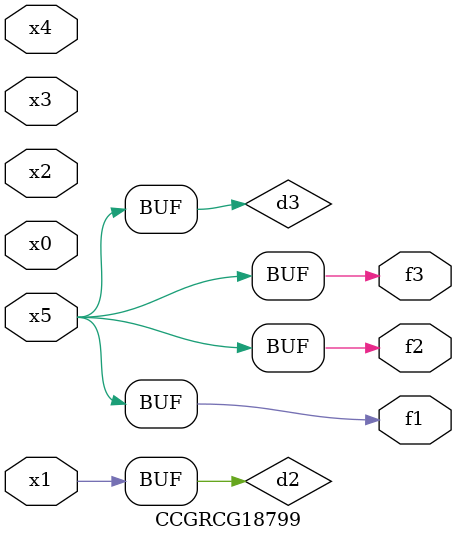
<source format=v>
module CCGRCG18799(
	input x0, x1, x2, x3, x4, x5,
	output f1, f2, f3
);

	wire d1, d2, d3;

	not (d1, x5);
	or (d2, x1);
	xnor (d3, d1);
	assign f1 = d3;
	assign f2 = d3;
	assign f3 = d3;
endmodule

</source>
